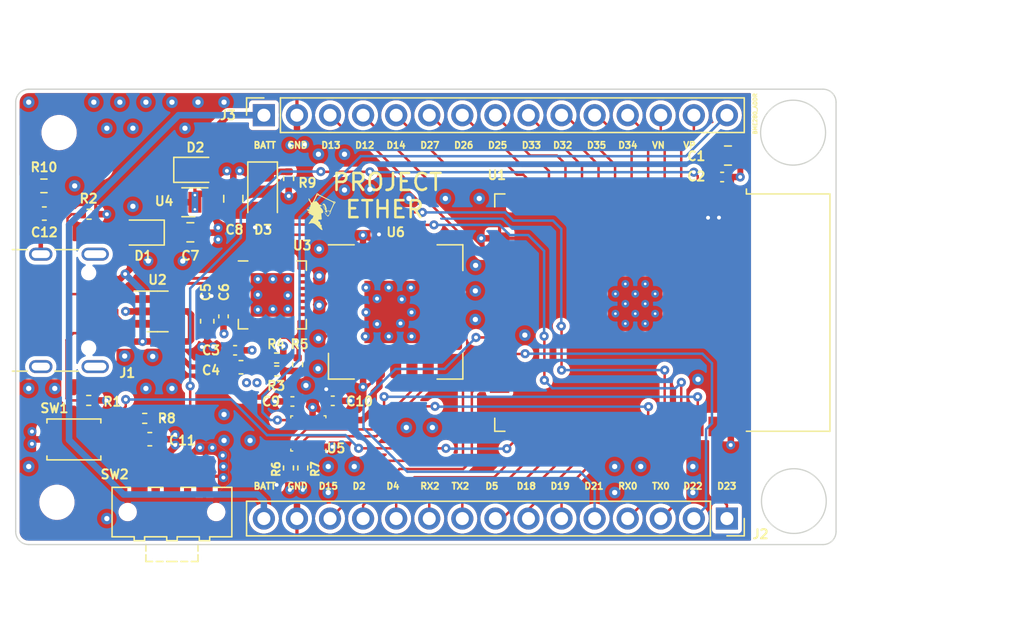
<source format=kicad_pcb>
(kicad_pcb (version 20221018) (generator pcbnew)
  (layers (0 "F.Cu" signal) (1 "In1.Cu" signal) (2 "In2.Cu" signal) (31 "B.Cu" signal) (34 "B.Paste" user) (35 "F.Paste" user) (36 "B.SilkS" user "B.Silkscreen") (37 "F.SilkS" user "F.Silkscreen") (38 "B.Mask" user) (39 "F.Mask" user) (44 "Edge.Cuts" user))
  (net 0 "")
  (net 1 "+3V3")
  (net 2 "GND")
  (net 3 "+5V")
  (net 4 "+BATT")
  (net 5 "/LED")
  (net 8 "IO23")
  (net 9 "IO22")
  (net 10 "TXD0")
  (net 11 "RXD0")
  (net 12 "IO21")
  (net 13 "IO19")
  (net 14 "IO18")
  (net 15 "IO5")
  (net 16 "UART2_TX")
  (net 17 "UART2_RX")
  (net 18 "IO4")
  (net 19 "IO2")
  (net 20 "IO15")
  (net 21 "IO13")
  (net 22 "IO12")
  (net 23 "IO14")
  (net 24 "IO27")
  (net 25 "IO26")
  (net 26 "IO25")
  (net 27 "IO33")
  (net 28 "IO32")
  (net 29 "IO35")
  (net 30 "IO34")
  (net 31 "VN")
  (net 32 "VP")
  (net 33 "BME280_ADDRESS")
  (net 34 "/RSTB")
  (net 35 "I2C0_SCL")
  (net 36 "I2C0_SDA")
  (net 61 "/USB_D-")
  (net 62 "/USB_D+")
  (net 63 "/CP2102_D+")
  (net 64 "/CP2102_D-")
  (net 65 "/LDO_IN")
  (net 66 "/BOOT")
  (net 67 "/EN")
  (net 68 "/EN_HIGH")
  (net 69 "/CP2102_VBUS")
  (net 70 "/USB_CC2")
  (net 71 "/USB_CC1")
  (net 72 "Net-(J1-SHIELD)")
  (footprint "Resistor_SMD:R_0402_1005Metric" (layer "F.Cu") (at 87.05 71.66 180)
    (fp_text reference "R3")
    (fp_text value "22k1")
  )
  (footprint "Fiducial:Fiducial_1mm_Mask2mm" (layer "F.Cu") (at 73.5 56)
    (fp_text reference "FM2" hide)
    (fp_text value "Fiducial")
  )
  (footprint "Connector_PinSocket_2.54mm:PinSocket_1x15_P2.54mm_Vertical" (layer "F.Cu") (at 121.62 83 -90)
    (fp_text reference "J2")
    (fp_text value "Conn_01x15_Pin")
  )
  (footprint "Connector_PinSocket_2.54mm:PinSocket_1x15_P2.54mm_Vertical" (layer "F.Cu") (at 86.06 52 90)
    (fp_text reference "J3")
    (fp_text value "Conn_01x15_Pin")
  )
  (footprint "RF_Module:ESP32-WROOM-32" (layer "F.Cu") (at 113.67 67.17 -90)
    (fp_text reference "U1")
    (fp_text value "ESP32-WROOM-32")
  )
  (footprint "Resistor_SMD:R_0402_1005Metric" (layer "F.Cu") (at 76.91 75.3 180)
    (fp_text reference "R8")
    (fp_text value "10k")
  )
  (footprint "Capacitor_SMD:C_0402_1005Metric" (layer "F.Cu") (at 121.25 56.75)
    (fp_text reference "C2")
    (fp_text value "0.1u")
  )
  (footprint "Resistor_SMD:R_0603_1608Metric" (layer "F.Cu") (at 69.17 57.43)
    (fp_text reference "R10")
    (fp_text value "1M")
  )
  (footprint "Resistor_SMD:R_0402_1005Metric" (layer "F.Cu") (at 89.05 79.11 -90)
    (fp_text reference "R7")
    (fp_text value "4k7")
  )
  (footprint "Package_SON:WSON-6-1EP_2x2mm_P0.65mm_EP1x1.6mm_ThermalVias" (layer "F.Cu") (at 80.7625 58.69 180)
    (fp_text reference "U4")
    (fp_text value "TLV76733DRVx")
  )
  (footprint "Connector_USB:USB_C_Receptacle_GCT_USB4105-xx-A_16P_TopMnt_Horizontal" (layer "F.Cu") (at 70 67 -90)
    (fp_text reference "J1")
    (fp_text value "USB_C_Receptacle_USB2.0")
  )
  (footprint "Resistor_SMD:R_0402_1005Metric" (layer "F.Cu") (at 87.9625 56.86 -90)
    (fp_text reference "R9")
    (fp_text value "1k")
  )
  (footprint "Capacitor_SMD:C_0805_2012Metric" (layer "F.Cu") (at 83.7125 58.42 90)
    (fp_text reference "C8")
    (fp_text value "2u2")
  )
  (footprint "Diode_SMD:D_0805_2012Metric" (layer "F.Cu") (at 76.725 61.02 180)
    (fp_text reference "D1")
    (fp_text value "D_Schottky")
  )
  (footprint "Capacitor_SMD:C_0402_1005Metric" (layer "F.Cu") (at 83.85 70.07)
    (fp_text reference "C3")
    (fp_text value "0.1u")
  )
  (footprint "Button_Switch_SMD:SW_SPDT_CK-JS102011SAQN" (layer "F.Cu") (at 79 82.5)
    (fp_text reference "SW2")
    (fp_text value "EN")
  )
  (footprint "Capacitor_SMD:C_0402_1005Metric" (layer "F.Cu") (at 82.96 67.46 -90)
    (fp_text reference "C6")
    (fp_text value "0.1u")
  )
  (footprint "Resistor_SMD:R_0402_1005Metric" (layer "F.Cu") (at 87.95 79.11 -90)
    (fp_text reference "R6")
    (fp_text value "4k7")
  )
  (footprint "Package_LGA:Bosch_LGA-8_2.5x2.5mm_P0.65mm_ClockwisePinNumbering" (layer "F.Cu") (at 89.475 76.46 180)
    (fp_text reference "U5")
    (fp_text value "BME280")
  )
  (footprint "Diode_SMD:D_1206_3216Metric" (layer "F.Cu") (at 85.9625 57.88 -90)
    (fp_text reference "D3")
    (fp_text value "LED1")
  )
  (footprint "Resistor_SMD:R_0402_1005Metric" (layer "F.Cu") (at 87.04 70.66)
    (fp_text reference "R4")
    (fp_text value "47k5")
  )
  (footprint "Capacitor_SMD:C_0402_1005Metric" (layer "F.Cu") (at 88.25 74 180)
    (fp_text reference "C9")
    (fp_text value "100n")
  )
  (footprint "Capacitor_SMD:C_0603_1608Metric" (layer "F.Cu") (at 81.71 67.835 -90)
    (fp_text reference "C5")
    (fp_text value "4u7")
  )
  (footprint "Fiducial:Fiducial_1mm_Mask2mm" (layer "F.Cu") (at 122.1 79.23)
    (fp_text reference "FM3" hide)
    (fp_text value "Fiducial")
  )
  (footprint "Capacitor_SMD:C_0402_1005Metric" (layer "F.Cu") (at 91.35 73.95)
    (fp_text reference "C10")
    (fp_text value "100n")
  )
  (footprint "MountingHole:MountingHole_2.2mm_M2" (layer "F.Cu") (at 70.166726 81.75)
    (fp_text reference "H2" hide)
    (fp_text value "MountingHole_Pad")
  )
  (footprint "Fiducial:Fiducial_1mm_Mask2mm" (layer "F.Cu") (at 85.32 79.32)
    (fp_text reference "FM1" hide)
    (fp_text value "Fiducial")
  )
  (footprint "MountingHole:MountingHole_2.2mm_M2" (layer "F.Cu") (at 70.333274 53.333274)
    (fp_text reference "H1" hide)
    (fp_text value "MountingHole_Pad")
  )
  (footprint "Capacitor_SMD:C_0805_2012Metric" (layer "F.Cu") (at 80.4125 61)
    (fp_text reference "C7")
    (fp_text value "1u")
  )
  (footprint "Diode_SMD:D_0805_2012Metric" (layer "F.Cu") (at 80.825 56.2)
    (fp_text reference "D2")
    (fp_text value "D_Schottky")
  )
  (footprint "Package_DFN_QFN:QFN-28-1EP_5x5mm_P0.5mm_EP3.35x3.35mm" (layer "F.Cu") (at 86.71 65.81)
    (fp_text reference "U3")
    (fp_text value "CP2102N-Axx-xQFN28")
  )
  (footprint "Capacitor_SMD:C_0603_1608Metric" (layer "F.Cu") (at 77.3 76.9)
    (fp_text reference "C11")
    (fp_text value "1u")
  )
  (footprint "Capacitor_SMD:C_0805_2012Metric" (layer "F.Cu") (at 121.7 55.1)
    (fp_text reference "C1")
    (fp_text value "10u")
  )
  (footprint "Resistor_SMD:R_0402_1005Metric" (layer "F.Cu") (at 72.64 59.61)
    (fp_text reference "R2")
    (fp_text value "5k1")
  )
  (footprint "inspector:inspector" (layer "F.Cu") (at 90.4 59.4)
    (fp_text reference "G***" hide)
    (fp_text value "LOGO" hide)
  )
  (footprint "Capacitor_SMD:C_0603_1608Metric" (layer "F.Cu") (at 84.3 71.37)
    (fp_text reference "C4")
    (fp_text value "4u7")
  )
  (footprint "Button_Switch_SMD:SW_Push_SPST_NO_Alps_SKRK" (layer "F.Cu") (at 71.47 76.92 180)
    (fp_text reference "SW1")
    (fp_text value "BOOT")
  )
  (footprint "Resistor_SMD:R_0402_1005Metric" (layer "F.Cu") (at 88.65 71.16 90)
    (fp_text reference "R5")
    (fp_text value "1k")
  )
  (footprint "Sensor:Sensirion_SCD4x-1EP_10.1x10.1mm_P1.25mm_EP4.8x4.8mm" (layer "F.Cu") (at 96.18 67.12)
    (fp_text reference "U6")
    (fp_text value "SCD41-D-R2")
  )
  (footprint "Resistor_SMD:R_0402_1005Metric" (layer "F.Cu") (at 72.61 73.92)
    (fp_text reference "R1")
    (fp_text value "5k1")
  )
  (footprint "Package_TO_SOT_SMD:SOT-23-6" (layer "F.Cu") (at 77.9 67.08)
    (fp_text reference "U2")
    (fp_text value "USBLC6-2SC6")
  )
  (footprint "Capacitor_SMD:C_0603_1608Metric" (layer "F.Cu") (at 69.2 59.56)
    (fp_text reference "C12")
    (fp_text value "4u7")
  )
  (gr_circle (center 126.76 81.656764) (end 129.2 82.136764) (stroke (width 0.1)) (fill none) (layer "Edge.Cuts"))
  (gr_arc (start 67 51) (mid 67.292893 50.292893) (end 68 50) (stroke (width 0.1)) (layer "Edge.Cuts"))
  (gr_arc (start 68 85) (mid 67.292893 84.707107) (end 67 84) (stroke (width 0.1)) (layer "Edge.Cuts"))
  (gr_arc (start 129 50) (mid 129.707107 50.292893) (end 130 51) (stroke (width 0.1)) (layer "Edge.Cuts"))
  (gr_line (start 130 84) (end 130 51) (stroke (width 0.1)) (layer "Edge.Cuts"))
  (gr_line (start 67 51) (end 67 83) (stroke (width 0.1)) (layer "Edge.Cuts"))
  (gr_line (start 129 85) (end 68 85) (stroke (width 0.1)) (layer "Edge.Cuts"))
  (gr_arc (start 130 84) (mid 129.707107 84.707107) (end 129 85) (stroke (width 0.1)) (layer "Edge.Cuts"))
  (gr_circle (center 126.7 53.34) (end 129.194674 53.34) (stroke (width 0.1)) (fill none) (layer "Edge.Cuts"))
  (gr_line (start 67 83) (end 67 84) (stroke (width 0.1)) (layer "Edge.Cuts"))
  (gr_line (start 129 50) (end 68 50) (stroke (width 0.1)) (layer "Edge.Cuts"))
  (gr_text "D18" (at 105.4 80.8) (layer "F.SilkS") (effects (font (size 0.5 0.5) (thickness 0.125)) (justify left bottom)))
  (gr_text "PROJECT\n ETHER" (at 91.2 60) (layer "F.SilkS") (effects (font (size 1.3 1.3) (thickness 0.2)) (justify left bottom)))
  (gr_text "D34" (at 113.2 54.6) (layer "F.SilkS") (effects (font (size 0.5 0.5) (thickness 0.125)) (justify left bottom)))
  (gr_text "D21" (at 110.6 80.8) (layer "F.SilkS") (effects (font (size 0.5 0.5) (thickness 0.125)) (justify left bottom)))
  (gr_text "BATT" (at 85.2 80.8) (layer "F.SilkS") (effects (font (size 0.5 0.5) (thickness 0.125)) (justify left bottom)))
  (gr_text "RX2" (at 98 80.8) (layer "F.SilkS") (effects (font (size 0.5 0.5) (thickness 0.125)) (justify left bottom)))
  (gr_text "TX2" (at 100.4 80.8) (layer "F.SilkS") (effects (font (size 0.5 0.5) (thickness 0.125)) (justify left bottom)))
  (gr_text "VN" (at 115.8 54.6) (layer "F.SilkS") (effects (font (size 0.5 0.5) (thickness 0.125)) (justify left bottom)))
  (gr_text "D14" (at 95.4 54.6) (layer "F.SilkS") (effects (font (size 0.5 0.5) (thickness 0.125)) (justify left bottom)))
  (gr_text "D12" (at 93 54.6) (layer "F.SilkS") (effects (font (size 0.5 0.5) (thickness 0.125)) (justify left bottom)))
  (gr_text "D23" (at 120.8 80.8) (layer "F.SilkS") (effects (font (size 0.5 0.5) (thickness 0.125)) (justify left bottom)))
  (gr_text "D22" (at 118.2 80.8) (layer "F.SilkS") (effects (font (size 0.5 0.5) (thickness 0.125)) (justify left bottom)))
  (gr_text "D35" (at 110.8 54.6) (layer "F.SilkS") (effects (font (size 0.5 0.5) (thickness 0.125)) (justify left bottom)))
  (gr_text "D15" (at 90.2 80.8) (layer "F.SilkS") (effects (font (size 0.5 0.5) (thickness 0.125)) (justify left bottom)))
  (gr_text "D5" (at 103 80.8) (layer "F.SilkS") (effects (font (size 0.5 0.5) (thickness 0.125)) (justify left bottom)))
  (gr_text "D19" (at 108 80.8) (layer "F.SilkS") (effects (font (size 0.5 0.5) (thickness 0.125)) (justify left bottom)))
  (gr_text "BATT" (at 85.2 54.6) (layer "F.SilkS") (effects (font (size 0.5 0.5) (thickness 0.125)) (justify left bottom)))
  (gr_text "D4" (at 95.4 80.8) (layer "F.SilkS") (effects (font (size 0.5 0.5) (thickness 0.125)) (justify left bottom)))
  (gr_text "D25" (at 103.2 54.6) (layer "F.SilkS") (effects (font (size 0.5 0.5) (thickness 0.125)) (justify left bottom)))
  (gr_text "D26" (at 100.6 54.6) (layer "F.SilkS") (effects (font (size 0.5 0.5) (thickness 0.125)) (justify left bottom)))
  (gr_text "D27" (at 98 54.6) (layer "F.SilkS") (effects (font (size 0.5 0.5) (thickness 0.125)) (justify left bottom)))
  (gr_text "D2" (at 92.8 80.8) (layer "F.SilkS") (effects (font (size 0.5 0.5) (thickness 0.125)) (justify left bottom)))
  (gr_text "D13" (at 90.4 54.6) (layer "F.SilkS") (effects (font (size 0.5 0.5) (thickness 0.125)) (justify left bottom)))
  (gr_text "D33" (at 105.8 54.6) (layer "F.SilkS") (effects (font (size 0.5 0.5) (thickness 0.125)) (justify left bottom)))
  (gr_text "GND" (at 87.8 54.6) (layer "F.SilkS") (effects (font (size 0.5 0.5) (thickness 0.125)) (justify left bottom)))
  (gr_text "VP" (at 118.2 54.6) (layer "F.SilkS") (effects (font (size 0.5 0.5) (thickness 0.125)) (justify left bottom)))
  (gr_text "RX0" (at 113.2 80.8) (layer "F.SilkS") (effects (font (size 0.5 0.5) (thickness 0.125)) (justify left bottom)))
  (gr_text "TX0" (at 115.8 80.8) (layer "F.SilkS") (effects (font (size 0.5 0.5) (thickness 0.125)) (justify left bottom)))
  (gr_text "GND" (at 87.8 80.8) (layer "F.SilkS") (effects (font (size 0.5 0.5) (thickness 0.125)) (justify left bottom)))
  (gr_text "BME280_ADDR" (at 123.96 53.52 90) (layer "F.SilkS") (effects (font (size 0.3 0.3) (thickness 0.075) bold) (justify left bottom)))
  (gr_text "D32" (at 108.2 54.6) (layer "F.SilkS") (effects (font (size 0.5 0.5) (thickness 0.125)) (justify left bottom)))
  (segment (start 85.9625 59.28) (end 85.9625 60.5875) (width 0.5) (layer "F.Cu") (net 1))
  (segment (start 85.9625 60.5875) (end 85.93 60.62) (width 0.5) (layer "F.Cu") (net 1))
  (segment (start 120.77 55.12) (end 120.75 55.1) (width 0.4) (layer "F.Cu") (net 1))
  (segment (start 87.95 79.62) (end 89.05 79.62) (width 0.5) (layer "F.Cu") (net 1))
  (segment (start 85.93 60.62) (end 86.35 60.62) (width 0.5) (layer "F.Cu") (net 1))
  (segment (start 120.77 56.75) (end 120.77 58.3) (width 0.4) (layer "F.Cu") (net 1))
  (segment (start 87.04 79.88) (end 87.3 79.62) (width 0.5) (layer "F.Cu") (net 1))
  (segment (start 89.8 77.485) (end 89.8 79.38) (width 0.35) (layer "F.Cu") (net 1))
  (segment (start 90.74 75.435) (end 90.875 75.3) (width 0.3) (layer "F.Cu") (net 1))
  (segment (start 90.87 73.95) (end 90.87 73.08) (width 0.3) (layer "F.Cu") (net 1))
  (segment (start 94.49 73.298629) (end 94.49 74.59) (width 0.5) (layer "F.Cu") (net 1))
  (segment (start 94.93 72.858629) (end 94.49 73.298629) (width 0.5) (layer "F.Cu") (net 1))
  (segment (start 94.93 71.27) (end 94.93 72.858629) (width 0.5) (layer "F.Cu") (net 1))
  (segment (start 88.725 74.005) (end 88.725 74.835) (width 0.3) (layer "F.Cu") (net 1))
  (segment (start 94.49 74.59) (end 93.645 75.435) (width 0.5) (layer "F.Cu") (net 1))
  (segment (start 90.45 75.435) (end 90.74 75.435) (width 0.3) (layer "F.Cu") (net 1))
  (segment (start 89.56 79.62) (end 89.05 79.62) (width 0.35) (layer "F.Cu") (net 1))
  (segment (start 87.3 79.62) (end 87.95 79.62) (width 0.5) (layer "F.Cu") (net 1))
  (segment (start 85.37 60.62) (end 85.93 60.62) (width 0.5) (layer "F.Cu") (net 1))
  (segment (start 83.641992 66.98) (end 82.96 66.98) (width 0.25) (layer "F.Cu") (net 1))
  (segment (start 90.875 75.3) (end 90.875 73.955) (width 0.3) (layer "F.Cu") (net 1))
  (segment (start 120.77 56.75) (end 120.77 55.12) (width 0.4) (layer "F.Cu") (net 1))
  (segment (start 89.8 79.38) (end 89.56 79.62) (width 0.35) (layer "F.Cu") (net 1))
  (segment (start 92.346371 75.435) (end 90.5 75.435) (width 0.5) (layer "F.Cu") (net 1))
  (segment (start 89.15 74.96) (end 89.15 75.435) (width 0.3) (layer "F.Cu") (net 1))
  (segment (start 88.73 74) (end 88.725 74.005) (width 0.3) (layer "F.Cu") (net 1))
  (segment (start 92.346371 75.435) (end 92.21 75.435) (width 0.5) (layer "F.Cu") (net 1))
  (segment (start 93.645 75.435) (end 92.346371 75.435) (width 0.5) (layer "F.Cu") (net 1))
  (segment (start 88.725 74.835) (end 89.025 74.835) (width 0.3) (layer "F.Cu") (net 1))
  (segment (start 120.77 58.3) (end 120.65 58.42) (width 0.4) (layer "F.Cu") (net 1))
  (segment (start 81.71 67.06) (end 81.71 65.93) (width 0.5) (layer "F.Cu") (net 1))
  (segment (start 90.87 73.08) (end 90.85 73.06) (width 0.3) (layer "F.Cu") (net 1))
  (segment (start 77.42 75.3) (end 78.35 75.3) (width 0.5) (layer "F.Cu") (net 1))
  (segment (start 87.04 80.41) (end 87.04 79.88) (width 0.5) (layer "F.Cu") (net 1))
  (segment (start 89.025 74.835) (end 89.15 74.96) (width 0.3) (layer "F.Cu") (net 1))
  (segment (start 90.875 73.955) (end 90.87 73.95) (width 0.3) (layer "F.Cu") (net 1))
  (segment (start 82.96 66.98) (end 81.79 66.98) (width 0.5) (layer "F.Cu") (net 1))
  (segment (start 82.01 65.93) (end 82.04 65.9) (width 0.5) (layer "F.Cu") (net 1))
  (segment (start 81.71 65.93) (end 82.01 65.93) (width 0.5) (layer "F.Cu") (net 1))
  (segment (start 84.26 66.81) (end 83.811992 66.81) (width 0.25) (layer "F.Cu") (net 1))
  (segment (start 94.91 62.95) (end 94.91 61.19) (width 0.35) (layer "F.Cu") (net 1))
  (segment (start 83.811992 66.81) (end 83.641992 66.98) (width 0.25) (layer "F.Cu") (net 1))
  (segment (start 81.79 66.98) (end 81.71 67.06) (width 0.5) (layer "F.Cu") (net 1))
  (segment (start 81.29 65.93) (end 81.71 65.93) (width 0.5) (layer "F.Cu") (net 1))
  (via (at 121.01 59.87) (size 0.7) (drill 0.3) (layers "F.Cu" "B.Cu") (net 1))
  (via (at 85.37 60.62) (size 0.7) (drill 0.3) (layers "F.Cu" "B.Cu") (net 1))
  (via (at 86.35 60.62) (size 0.7) (drill 0.3) (layers "F.Cu" "B.Cu") (net 1))
  (via (at 87.04 80.41) (size 0.7) (drill 0.3) (layers "F.Cu" "B.Cu") (net 1))
  (via (at 81.29 65.93) (size 0.7) (drill 0.3) (layers "F.Cu" "B.Cu") (net 1))
  (via (at 120.17 59.88) (size 0.7) (drill 0.3) (layers "F.Cu" "B.Cu") (net 1))
  (via (at 82.04 65.9) (size 0.7) (drill 0.3) (layers "F.Cu" "B.Cu") (net 1))
  (via (at 90.85 73.06) (size 0.7) (drill 0.3) (layers "F.Cu" "B.Cu") (net 1))
  (via (at 94.9 61.16) (size 0.7) (drill 0.3) (layers "F.Cu" "B.Cu") (net 1))
  (via (at 78.35 75.3) (size 0.7) (drill 0.3) (layers "F.Cu" "B.Cu") (net 1))
  (segment (start 87.9625 58.1975) (end 87.95 58.21) (width 0.5) (layer "F.Cu") (net 2))
  (segment (start 104.16 61.46) (end 102.75 61.46) (width 0.5) (layer "F.Cu") (net 2))
  (segment (start 122.65 56.74) (end 122.64 56.75) (width 0.25) (layer "F.Cu") (net 2))
  (segment (start 73.15 59.61) (end 74 59.61) (width 0.5) (layer "F.Cu") (net 2))
  (segment (start 81.71 68.61) (end 81.71 69.36) (width 0.5) (layer "F.Cu") (net 2))
  (segment (start 88.6 83) (end 88.6 80.82) (width 0.5) (layer "F.Cu") (net 2))
  (segment (start 88.62 80.8) (end 89.05 80.8) (width 0.5) (layer "F.Cu") (net 2))
  (segment (start 69.915 57.43) (end 71.53 57.43) (width 0.5) (layer "F.Cu") (net 2))
  (segment (start 121.92 58.42) (end 121.92 56.94) (width 0.5) (layer "F.Cu") (net 2))
  (segment (start 93.68 71.24) (end 93.68 72.82) (width 0.5) (layer "F.Cu") (net 2))
  (segment (start 122.65 55.1) (end 122.65 56.74) (width 0.45) (layer "F.Cu") (net 2))
  (segment (start 82.96 68.76) (end 83 68.8) (width 0.5) (layer "F.Cu") (net 2))
  (segment (start 90.45 77.485) (end 91.325 77.485) (width 0.5) (layer "F.Cu") (net 2))
  (segment (start 87.55 70.66) (end 87.55 69.76) (width 0.5) (layer "F.Cu") (net 2))
  (segment (start 81.71 68.61) (end 81.71 69.4) (width 0.5) (layer "F.Cu") (net 2))
  (segment (start 83.7125 56.2875) (end 83.72 56.28) (width 0.5) (layer "F.Cu") (net 2))
  (segment (start 88.05 54.3) (end 88.6 54.3) (width 0.5) (layer "F.Cu") (net 2))
  (segment (start 81.3 69.81) (end 82.14 69.81) (width 0.5) (layer "F.Cu") (net 2))
  (segment (start 81.4025 61.03) (end 81.3625 61.07) (width 0.5) (layer "F.Cu") (net 2))
  (segment (start 79.25 76.88) (end 79.25 76.55) (width 0.5) (layer "F.Cu") (net 2))
  (segment (start 121.92 75.92) (end 121.92 77.33) (width 0.5) (layer "F.Cu") (net 2))
  (segment (start 82.55 61.03) (end 82.55 61.55) (width 0.5) (layer "F.Cu") (net 2))
  (segment (start 82.96 67.94) (end 82.96 68.76) (width 0.5) (layer "F.Cu") (net 2))
  (segment (start 83.72 56.28) (end 84.19 56.28) (width 0.5) (layer "F.Cu") (net 2))
  (segment (start 89.8 75.435) (end 89.8 74.45) (width 0.5) (layer "F.Cu") (net 2))
  (segment (start 79.23 76.9) (end 79.25 76.88) (width 0.5) (layer "F.Cu") (net 2))
  (segment (start 88.05 80.8) (end 88.62 80.8) (width 0.5) (layer "F.Cu") (net 2))
  (segment (start 82.55 61.03) (end 81.4025 61.03) (width 0.5) (layer "F.Cu") (net 2))
  (segment (start 87.55 69.76) (end 87.56 69.75) (width 0.5) (layer "F.Cu") (net 2))
  (segment (start 68.24 77.48) (end 68.24 77.05) (width 0.5) (layer "F.Cu") (net 2))
  (segment (start 88.6 54.3) (end 89.15 54.3) (width 0.5) (layer "F.Cu") (net 2))
  (segment (start 88.6 52) (end 88.6 54.3) (width 0.5) (layer "F.Cu") (net 2))
  (segment (start 81.65 58.04) (end 80.8625 58.04) (width 0.5) (layer "F.Cu") (net 2))
  (segment (start 89.15 54.3) (end 89.2 54.25) (width 0.5) (layer "F.Cu") (net 2))
  (segment (start 82.14 69.81) (end 82.15 69.8) (width 0.5) (layer "F.Cu") (net 2))
  (segment (start 79.25 77.35) (end 79.25 76.88) (width 0.5) (layer "F.Cu") (net 2))
  (segment (start 69.975 59.56) (end 69.975 57.49) (width 0.35) (layer "F.Cu") (net 2))
  (segment (start 83.7125 57.47) (end 83.7125 56.2875) (width 0.5) (layer "F.Cu") (net 2))
  (segment (start 82.55 60.65) (end 82.55 61.03) (width 0.5) (layer "F.Cu") (net 2))
  (segment (start 93.67 71.23) (end 93.68 71.24) (width 0.5) (layer "F.Cu") (net 2))
  (segment (start 73.12 73.92) (end 73.97 73.92) (width 0.5) (layer "F.Cu") (net 2))
  (segment (start 87.9625 57.37) (end 87.9625 58.1975) (width 0.5) (layer "F.Cu") (net 2))
  (segment (start 80.8625 58.04) (end 80.7625 58.14) (width 0.5) (layer "F.Cu") (net 2))
  (segment (start 85.14 70.07) (end 85.15 70.06) (width 0.5) (layer "F.Cu") (net 2))
  (segment (start 93.68 72.82) (end 93.65 72.85) (width 0.5) (layer "F.Cu") (net 2))
  (segment (start 83.22 56.28) (end 83.72 56.28) (width 0.5) (layer "F.Cu") (net 2))
  (segment (start 88.6 80.82) (end 88.62 80.8) (width 0.5) (layer "F.Cu") (net 2))
  (segment (start 87.77 74) (end 86.9 74) (width 0.5) (layer "F.Cu") (net 2))
  (segment (start 79.875 58.69) (end 80.7625 58.69) (width 0.5) (layer "F.Cu") (net 2))
  (segment (start 68.37 76.92) (end 68.24 77.05) (width 0.5) (layer "F.Cu") (net 2))
  (segment (start 81.71 69.4) (end 81.3 69.81) (width 0.5) (layer "F.Cu") (net 2))
  (segment (start 69.975 57.49) (end 69.915 57.43) (width 0.35) (layer "F.Cu") (net 2))
  (segment (start 84.19 56.28) (end 84.2 56.27) (width 0.5) (layer "F.Cu") (net 2))
  (segment (start 69.37 76.92) (end 68.37 76.92) (width 0.5) (layer "F.Cu") (net 2))
  (segment (start 91.83 73.95) (end 92.7 73.95) (width 0.5) (layer "F.Cu") (net 2))
  (segment (start 76.7625 67.08) (end 75.44 67.08) (width 0.5) (layer "F.Cu") (net 2))
  (segment (start 68.24 77.05) (end 68.24 76.53) (width 0.5) (layer "F.Cu") (net 2))
  (segment (start 121.92 77.33) (end 121.9 77.35) (width 0.5) (layer "F.Cu") (net 2))
  (segment (start 93.67 62.93) (end 93.67 61.25) (width 0.5) (layer "F.Cu") (net 2))
  (segment (start 85.22 70.07) (end 85.23 70.06) (width 0.5) (layer "F.Cu") (net 2))
  (segment (start 121.92 56.94) (end 121.73 56.75) (width 0.5) (layer "F.Cu") (net 2))
  (segment (start 81.71 69.36) (end 82.15 69.8) (width 0.5) (layer "F.Cu") (net 2))
  (segment (start 121.73 56.75) (end 122.64 56.75) (width 0.5) (layer "F.Cu") (net 2))
  (segment (start 78.075 76.9) (end 79.23 76.9) (width 0.5) (layer "F.Cu") (net 2))
  (segment (start 84.33 70.07) (end 85.14 70.07) (width 0.5) (layer "F.Cu") (net 2))
  (via (at 93.85 69) (size 0.7) (drill 0.3) (layers "F.Cu" "B.Cu") (net 2))
  (via (at 102.75 61.46) (size 0.7) (drill 0.3) (layers "F.Cu" "B.Cu") (net 2))
  (via (at 94.2 57.7) (size 0.9) (drill 0.4) (layers "F.Cu" "B.Cu") (net 2))
  (via (at 121.91 77.35) (size 0.7) (drill 0.3) (layers "F.Cu" "B.Cu") (net 2))
  (via (at 94.75 68.05) (size 0.7) (drill 0.3) (layers "F.Cu" "B.Cu") (net 2))
  (via (at 122.64 56.75) (size 0.7) (drill 0.3) (layers "F.Cu" "B.Cu") (net 2))
  (via (at 82.55 61.55) (size 0.7) (drill 0.3) (layers "F.Cu" "B.Cu") (net 2))
  (via (at 87.56 69.75) (size 0.7) (drill 0.3) (layers "F.Cu" "B.Cu") (net 2))
  (via (at 82.95 79) (size 0.7) (drill 0.3) (layers "F.Cu" "B.Cu") (net 2))
  (via (at 85.15 70.06) (size 0.7) (drill 0.3) (layers "F.Cu" "B.Cu") (net 2))
  (via (at 77 51) (size 0.9) (drill 0.4) (layers "F.Cu" "B.Cu") (net 2))
  (via (at 79 51) (size 0.9) (drill 0.4) (layers "F.Cu" "B.Cu") (net 2))
  (via (at 102.3 67.7) (size 0.9) (drill 0.4) (layers "F.Cu" "B.Cu") (net 2))
  (via (at 82.15 69.8) (size 0.7) (drill 0.3) (layers "F.Cu" "B.Cu") (net 2))
  (via (at 75.44 67.08) (size 0.7) (drill 0.3) (layers "F.Cu" "B.Cu") (net 2))
  (via (at 77 73) (size 0.9) (drill 0.4) (layers "F.Cu" "B.Cu") (net 2))
  (via (at 91.325 77.485) (size 0.7) (drill 0.3) (layers "F.Cu" "B.Cu") (net 2))
  (via (at 75 51) (size 0.9) (drill 0.4) (layers "F.Cu" "B.Cu") (net 2))
  (via (at 82.95 79.85) (size 0.7) (drill 0.3) (layers "F.Cu" "B.Cu") (net 2))
  (via (at 79 73) (size 0.9) (drill 0.4) (layers "F.Cu" "B.Cu") (net 2))
  (via (at 73.97 73.92) (size 0.7) (drill 0.3) (layers "F.Cu" "B.Cu") (net 2))
  (via (at 100 58.4) (size 0.9) (drill 0.4) (layers "F.Cu" "B.Cu") (net 2))
  (via (at 92.7 73.95) (size 0.7) (drill 0.3) (layers "F.Cu" "B.Cu") (net 2))
  (via (at 90.3 66.61) (size 0.8) (drill 0.4) (layers "F.Cu" "B.Cu") (net 2))
  (via (at 93.9 67.15) (size 0.7) (drill 0.3) (layers "F.Cu" "B.Cu") (net 2))
  (via (at 87.97 58.21) (size 0.7) (drill 0.3) (layers "F.Cu" "B.Cu") (net 2))
  (via (at 84.73 72.56) (size 0.7) (drill 0.3) (layers "F.Cu" "B.Cu") (net 2))
  (via (at 92.25 55) (size 0.9) (drill 0.4) (layers "F.Cu" "B.Cu") (net 2))
  (via (at 87.9 66.9) (size 0.7) (drill 0.3) (layers "F.Cu" "B.Cu") (net 2))
  (via (at 99 76) (size 0.9) (drill 0.4) (layers "F.Cu" "B.Cu") (net 2))
  (via (at 75.37 70.51) (size 0.9) (drill 0.4) (layers "F.Cu" "B.Cu") (net 2))
  (via (at 113 81) (size 0.9) (drill 0.4) (layers "F.Cu" "B.Cu") (net 2))
  (via (at 119 79) (size 0.9) (drill 0.4) (layers "F.Cu" "B.Cu") (net 2))
  (via (at 76 59) (size 0.9) (drill 0.4) (layers "F.Cu" "B.Cu") (net 2))
  (via (at 88.05 80.8) (size 0.7) (drill 0.3) (layers "F.Cu" "B.Cu") (net 2))
  (via (at 80 53) (size 0.9) (drill 0.4) (layers "F.Cu" "B.Cu") (net 2))
  (via (at 84.2 56.27) (size 0.7) (drill 0.3) (layers "F.Cu" "B.Cu") (net 2))
  (via (at 83 75) (size 0.9) (drill 0.4) (layers "F.Cu" "B.Cu") (net 2))
  (via (at 94.75 66.1) (size 0.7) (drill 0.3) (layers "F.Cu" "B.Cu") (net 2))
  (via (at 74 53) (size 0.9) (drill 0.4) (layers "F.Cu" "B.Cu") (net 2))
  (via (at 77.52 70.54) (size 0.9) (drill 0.4) (layers "F.Cu" "B.Cu") (net 2))
  (via (at 93.67 61.22) (size 0.7) (drill 0.3) (layers "F.Cu" "B.Cu") (net 2))
  (via (at 87.9 65.85) (size 0.7) (drill 0.3) (layers "F.Cu" "B.Cu") (net 2))
  (via (at 79.83 63.21) (size 0.8) (drill 0.4) (layers "F.Cu" "B.Cu") (net 2))
  (via (at 82.55 60.65) (size 0.7) (drill 0.3) (layers "F.Cu" "B.Cu") (net 2))
  (via (at 74 59.61) (size 0.7) (drill 0.3) (layers "F.Cu" "B.Cu") (net 2))
  (via (at 97 76) (size 0.9) (drill 0.4) (layers "F.Cu" "B.Cu") (net 2))
  (via (at 92.25 57.75) (size 0.9) (drill 0.4) (layers "F.Cu" "B.Cu") (net 2))
  (via (at 96.65 66.15) (size 0.7) (drill 0.3) (layers "F.Cu" "B.Cu") (net 2))
  (via (at 86.75 64.6) (size 0.7) (drill 0.3) (layers "F.Cu" "B.Cu") (net 2))
  (via (at 83 77) (size 0.9) (drill 0.4) (layers "F.Cu" "B.Cu") (net 2))
  (via (at 89.29 72.77) (size 0.8) (drill 0.4) (layers "F.Cu" "B.Cu") (net 2))
  (via (at 74 83) (size 0.9) (drill 0.4) (layers "F.Cu" "B.Cu") (net 2))
  (via (at 85 77) (size 0.9) (drill 0.4) (layers "F.Cu" "B.Cu") (net 2))
  (via (at 85.6 66.95) (size 0.7) (drill 0.3) (layers "F.Cu" "B.Cu") (net 2))
  (via (at 90.22 71.48) (size 0.8) (drill 0.4) (layers "F.Cu" "B.Cu") (net 2))
  (via (at 97.2 58.4) (size 0.9) (drill 0.4) (layers "F.Cu" "B.Cu") (net 2))
  (via (at 95.65 65.25) (size 0.7) (drill 0.3) (layers "F.Cu" "B.Cu") (net 2))
  (via (at 102.6 58.4) (size 0.9) (drill 0.4) (layers "F.Cu" "B.Cu") (net 2))
  (via (at 83.22 56.28) (size 0.7) (drill 0.3) (layers "F.Cu" "B.Cu") (net 2))
  (via (at 89.2 54.25) (size 0.7) (drill 0.3) (layers "F.Cu" "B.Cu") (net 2))
  (via (at 97.4 69) (size 0.7) (drill 0.3) (layers "F.Cu" "B.Cu") (net 2))
  (via (at 95.65 69) (size 0.7) (drill 0.3) (layers "F.Cu" "B.Cu") (net 2))
  (via (at 83 68.8) (size 0.7) (drill 0.3) (layers "F.Cu" "B.Cu") (net 2))
  (via (at 81.15 77.55) (size 0.7) (drill 0.3) (layers "F.Cu" "B.Cu") (net 2))
  (via (at 119 81) (size 0.9) (drill 0.4) (layers "F.Cu" "B.Cu") (net 2))
  (via (at 115 79) (size 0.9) (drill 0.4) (layers "F.Cu" "B.Cu") (net 2))
  (via (at 79.25 77.35) (size 0.7) (drill 0.3) (layers "F.Cu" "B.Cu") (net 2))
  (via (at 70 73) (size 0.9) (drill 0.4) (layers "F.Cu" "B.Cu") (net 2))
  (via (at 85.6 65.8) (size 0.7) (drill 0.3) (layers "F.Cu" "B.Cu") (net 2))
  (via (at 68 73) (size 0.9) (drill 0.4) (layers "F.Cu" "B.Cu") (net 2))
  (via (at 97.4 67.15) (size 0.7) (drill 0.3) (layers "F.Cu" "B.Cu") (net 2))
  (via (at 82.9 78.15) (size 0.7) (drill 0.3) (layers "F.Cu" "B.Cu") (net 2))
  (via (at 68 79) (size 0.9) (drill 0.4) (layers "F.Cu" "B.Cu") (net 2))
  (via (at 90.3 62.28) (size 0.8) (drill 0.4) (layers "F.Cu" "B.Cu") (net 2))
  (via (at 71.53 57.43) (size 0.9) (drill 0.4) (layers "F.Cu" "B.Cu") (net 2))
  (via (at 81 51) (size 0.9) (drill 0.4) (layers "F.Cu" "B.Cu") (net 2))
  (via (at 86.75 66.9) (size 0.7) (drill 0.3) (layers "F.Cu" "B.Cu") (net 2))
  (via (at 82.1 77.55) (size 0.7) (drill 0.3) (layers "F.Cu" "B.Cu") (net 2))
  (via (at 93 79) (size 0.9) (drill 0.4) (layers "F.Cu" "B.Cu") (net 2))
  (via (at 68 51) (size 0.9) (drill 0.4) (layers "F.Cu" "B.Cu") (net 2))
  (via (at 85.53 72.56) (size 0.7) (drill 0.3) (layers "F.Cu" "B.Cu") (net 2))
  (via (at 102.3 65.5) (size 0.9) (drill 0.4) (layers "F.Cu" "B.Cu") (net 2))
  (via (at 87.9 64.6) (size 0.7) (drill 0.3) (layers "F.Cu" "B.Cu") (net 2))
  (via (at 86.9 74) (size 0.7) (drill 0.3) (layers "F.Cu" "B.Cu") (net 2))
  (via (at 89.05 80.8) (size 0.7) (drill 0.3) (layers "F.Cu" "B.Cu") (net 2))
  (via (at 96.55 68) (size 0.7) (drill 0.3) (layers "F.Cu" "B.Cu") (net 2))
  (via (at 102.32 63.54) (size 0.9) (drill 0.4) (layers "F.Cu" "B.Cu") (net 2))
  (via (at 106.1 68.9) (size 0.9) (drill 0.4) (layers "F.Cu" "B.Cu") (net 2))
  (via (at 113 79) (size 0.9) (drill 0.4) (layers "F.Cu" "B.Cu") (net 2))
  (via (at 89.8 74.45) (size 0.7) (drill 0.3) (layers "F.Cu" "B.Cu") (net 2))
  (via (at 88.05 54.3) (size 0.7) (drill 0.3) (layers "F.Cu" "B.Cu") (net 2))
  (via (at 90.25 55) (size 0.9) (drill 0.4) (layers "F.Cu" "B.Cu") (net 2))
  (via (at 91 79) (size 0.9) (drill 0.4) (layers "F.Cu" "B.Cu") (net 2))
  (via (at 90.3 64.35) (size 0.8) (drill 0.4) (layers "F.Cu" "B.Cu") (net 2))
  (via (at 85.6 64.6) (size 0.7) (drill 0.3) (layers "F.Cu" "B.Cu") (net 2))
  (via (at 76 53) (size 0.9) (drill 0.4) (layers "F.Cu" "B.Cu") (net 2))
  (via (at 90.25 69.16) (size 0.8) (drill 0.4) (layers "F.Cu" "B.Cu") (net 2))
  (via (at 68.25 77.26) (size 0.7) (drill 0.3) (layers "F.Cu" "B.Cu") (net 2))
  (via (at 93.67 72.89) (size 0.7) (drill 0.3) (layers "F.Cu" "B.Cu") (net 2))
  (via (at 73 51) (size 0.9) (drill 0.4) (layers "F.Cu" "B.Cu") (net 2))
  (via (at 119.4 72.3) (size 0.9) (drill 0.4) (layers "F.Cu" "B.Cu") (net 2))
  (via (at 79.25 76.55) (size 0.7) (drill 0.3) (layers "F.Cu" "B.Cu") (net 2))
  (via (at 77.18 63.2) (size 0.8) (drill 0.4) (layers "F.Cu" "B.Cu") (net 2))
  (via (at 83 51) (size 0.9) (drill 0.4) (layers "F.Cu" "B.Cu") (net 2))
  (via (at 97.35 65.25) (size 0.7) (drill 0.3) (layers "F.Cu" "B.Cu") (net 2))
  (via (at 91 81) (size 0.9) (drill 0.4) (layers "F.Cu" "B.Cu") (net 2))
  (via (at 68.25 76.31) (size 0.7) (drill 0.3) (layers "F.Cu" "B.Cu") (net 2))
  (via (at 81.3 69.81) (size 0.7) (drill 0.3) (layers "F.Cu" "B.Cu") (net 2))
  (via (at 93.9 65.25) (size 0.7) (drill 0.3) (layers "F.Cu" "B.Cu") (net 2))
  (segment (start 84.26 68.73) (end 84.26 68.07) (width 0.4) (layer "F.Cu") (net 3))
  (segment (start 76.73 69.4) (end 76.74 69.39) (width 0.5) (layer "F.Cu") (net 3))
  (segment (start 85.81 73.67) (end 86.69 72.79) (width 0.4) (layer "F.Cu") (net 3))
  (segment (start 84.23 73.67) (end 85.81 73.67) (width 0.4) (layer "F.Cu") (net 3))
  (segment (start 87.56 72.52) (end 87.56 71.66) (width 0.4) (layer "F.Cu") (net 3))
  (segment (start 79.33 69.39) (end 80.33 69.39) (width 0.5) (layer "F.Cu") (net 3))
  (segment (start 80.46 71.35) (end 79.37 70.26) (width 0.4) (layer "F.Cu") (net 3))
  (segment (start 83.37 70.07) (end 83.37 71.215) (width 0.4) (layer "F.Cu") (net 3))
  (segment (start 88.64 71.66) (end 88.65 71.67) (width 0.5) (layer "F.Cu") (net 3))
  (segment (start 83.37 69.62) (end 84.26 68.73) (width 0.4) (layer "F.Cu") (net 3))
  (segment (start 80.33 69.39) (end 80.47 69.25) (width 0.5) (layer "F.Cu") (net 3))
  (segment (start 75.01 64.6) (end 75.405 64.205) (width 0.5) (layer "F.Cu") (net 3))
  (segment (start 83.37 71.215) (end 83.525 71.37) (width 0.4) (layer "F.Cu") (net 3))
  (segment (start 73.68 69.4) (end 76.73 69.4) (width 0.5) (layer "F.Cu") (net 3))
  (segment (start 80.21 67.08) (end 79.0375 67.08) (width 0.5) (layer "F.Cu") (net 3))
  (segment (start 79.36 70.26) (end 79.36 69.42) (width 0.4) (layer "F.Cu") (net 3))
  (segment (start 80.47 67.34) (end 80.21 67.08) (width 0.5) (layer "F.Cu") (net 3))
  (segment (start 80.47 69.25) (end 80.47 67.34) (width 0.5) (layer "F.Cu") (net 3))
  (segment (start 83.37 70.07) (end 83.37 69.62) (width 0.4) (layer "F.Cu") (net 3))
  (segment (start 83.525 71.37) (end 83.505 71.35) (width 0.4) (layer "F.Cu") (net 3))
  (segment (start 75.7875 63.8225) (end 75.7875 61.02) (width 0.5) (layer "F.Cu") (net 3))
  (segment (start 83.505 71.35) (end 80.46 71.35) (width 0.4) (layer "F.Cu") (net 3))
  (segment (start 79.37 70.26) (end 79.36 70.26) (width 0.4) (layer "F.Cu") (net 3))
  (segment (start 83.525 72.965) (end 84.23 73.67) (width 0.4) (layer "F.Cu") (net 3))
  (segment (start 87.56 71.66) (end 88.64 71.66) (width 0.5) (layer "F.Cu") (net 3))
  (segment (start 73.68 64.6) (end 75.01 64.6) (width 0.5) (layer "F.Cu") (net 3))
  (segment (start 83.525 71.37) (end 83.525 72.965) (width 0.4) (layer "F.Cu") (net 3))
  (segment (start 79.36 69.42) (end 79.33 69.39) (width 0.4) (layer "F.Cu") (net 3))
  (segment (start 75.405 64.205) (end 75.7875 63.8225) (width 0.5) (layer "F.Cu") (net 3))
  (segment (start 87.29 72.79) (end 87.56 72.52) (width 0.4) (layer "F.Cu") (net 3))
  (segment (start 76.74 69.39) (end 79.33 69.39) (width 0.5) (layer "F.Cu") (net 3))
  (segment (start 84.26 67.31) (end 84.26 68.07) (width 0.25) (layer "F.Cu") (net 3))
  (segment (start 86.69 72.79) (end 87.29 72.79) (width 0.4) (layer "F.Cu") (net 3))
  (via (at 75.405 64.205) (size 0.7) (drill 0.3) (layers "F.Cu" "B.Cu") (net 3))
  (via (at 76.74 69.39) (size 0.7) (drill 0.3) (layers "F.Cu" "B.Cu") (net 3))
  (segment (start 76.74 69.39) (end 76.74 65.54) (width 0.5) (layer "B.Cu") (net 3))
  (segment (start 76.74 65.54) (end 75.405 64.205) (width 0.5) (layer "B.Cu") (net 3))
  (segment (start 81.7625 53.5675) (end 83.33 52) (width 0.5) (layer "F.Cu") (net 4))
  (segment (start 81.7625 55.92) (end 81.7625 53.5675) (width 0.5) (layer "F.Cu") (net 4))
  (segment (start 83.33 52) (end 86.06 52) (width 0.5) (layer "F.Cu") (net 4))
  (segment (start 79.51 52) (end 86.06 52) (width 0.5) (layer "B.Cu") (net 4))
  (segment (start 85.58 81.15) (end 75.29 81.15) (width 0.5) (layer "B.Cu") (net 4))
  (segment (start 71.1 76.96) (end 71.1 60.41) (width 0.5) (layer "B.Cu") (net 4))
  (segment (start 71.1 60.41) (end 79.51 52) (width 0.5) (layer "B.Cu") (net 4))
  (segment (start 75.29 81.15) (end 71.1 76.96) (width 0.5) (layer "B.Cu") (net 4))
  (segment (start 86.06 83) (end 86.06 81.63) (width 0.5) (layer "B.Cu") (net 4))
  (segment (start 86.06 81.63) (end 85.58 81.15) (width 0.5) (layer "B.Cu") (net 4))
  (segment (start 87.9625 56.35) (end 86.0925 56.35) (width 0.5) (layer "F.Cu") (net 5))
  (segment (start 86.0925 56.35) (end 85.9625 56.48) (width 0.5) (layer "F.Cu") (net 5))
  (segment (start 121.62 83) (end 121.62 81.95) (width 0.19) (layer "F.Cu") (net 8))
  (segment (start 121.62 81.95) (end 120.65 80.98) (width 0.19) (layer "F.Cu") (net 8))
  (segment (start 120.65 80.98) (end 120.65 75.92) (width 0.19) (layer "F.Cu") (net 8))
  (segment (start 106.12 70.33) (end 106.1 70.35) (width 0.19) (layer "F.Cu") (net 9))
  (segment (start 106.1 70.35) (end 104.16 70.35) (width 0.19) (layer "F.Cu") (net 9))
  (via (at 106.12 70.33) (size 0.7) (drill 0.3) (layers "F.Cu" "B.Cu") (net 9))
  (segment (start 120.47 71.06) (end 119.74 70.33) (width 0.19) (layer "B.Cu") (net 9))
  (segment (start 120.47 75.68) (end 120.47 71.06) (width 0.19) (layer "B.Cu") (net 9))
  (segment (start 119.74 70.33) (end 106.12 70.33) (width 0.19) (layer "B.Cu") (net 9))
  (segment (start 120.015 82.065) (end 120.015 76.135) (width 0.19) (layer "B.Cu") (net 9))
  (segment (start 120.015 76.135) (end 120.47 75.68) (width 0.19) (layer "B.Cu") (net 9))
  (segment (start 119.08 83) (end 120.015 82.065) (width 0.19) (layer "B.Cu") (net 9))
  (segment (start 118.1 81.44) (end 118.1 81.4) (width 0.19) (layer "F.Cu") (net 10))
  (segment (start 118.1 81.4) (end 118.11 81.39) (width 0.19) (layer "F.Cu") (net 10))
  (segment (start 88.06 61.19) (end 90.75 61.19) (width 0.19) (layer "F.Cu") (net 10))
  (segment (start 91.51 60.43) (end 98.84 60.43) (width 0.19) (layer "F.Cu") (net 10))
  (segment (start 107.6 69) (end 107.58 68.98) (width 0.19) (layer "F.Cu") (net 10))
  (segment (start 118.11 81.39) (end 118.11 75.92) (width 0.19) (layer "F.Cu") (net 10))
  (segment (start 86.71 63.36) (end 86.71 62.54) (width 0.19) (layer "F.Cu") (net 10))
  (segment (start 118.11 72.54) (end 118.12 72.53) (width 0.19) (layer "F.Cu") (net 10))
  (segment (start 98.84 60.43) (end 99.12 60.43) (width 0.19) (layer "F.Cu") (net 10))
  (segment (start 90.75 61.19) (end 91.51 60.43) (width 0.19) (layer "F.Cu") (net 10))
  (segment (start 116.54 83) (end 118.1 81.44) (width 0.19) (layer "F.Cu") (net 10))
  (segment (start 107.6 72.37) (end 107.6 69) (width 0.19) (layer "F.Cu") (net 10))
  (segment (start 86.71 62.54) (end 88.06 61.19) (width 0.19) (layer "F.Cu") (net 10))
  (segment (start 118.11 75.92) (end 118.11 72.54) (width 0.19) (layer "F.Cu") (net 10))
  (via (at 107.58 68.98) (size 0.7) (drill 0.3) (layers "F.Cu" "B.Cu") (net 10))
  (via (at 99.12 60.43) (size 0.7) (drill 0.3) (layers "F.Cu" "B.Cu") (net 10))
  (via (at 107.6 72.37) (size 0.7) (drill 0.3) (layers "F.Cu" "B.Cu") (net 10))
  (via (at 118.12 72.53) (size 0.7) (drill 0.3) (layers "F.Cu" "B.Cu") (net 10))
  (segment (start 107.58 62.43) (end 107.58 68.98) (width 0.19) (layer "B.Cu") (net 10))
  (segment (start 104.16 60.43) (end 104.94 61.21) (width 0.19) (layer "B.Cu") (net 10))
  (segment (start 118.12 72.53) (end 117.665 72.985) (width 0.19) (layer "B.Cu") (net 10))
  (segment (start 99.12 60.43) (end 104.16 60.43) (width 0.19) (layer "B.Cu") (net 10))
  (segment (start 106.36 61.21) (end 107.58 62.43) (width 0.19) (layer "B.Cu") (net 10))
  (segment (start 117.665 72.985) (end 108.215 72.985) (width 0.19) (layer "B.Cu") (net 10))
  (segment (start 108.215 72.985) (end 107.6 72.37) (width 0.19) (layer "B.Cu") (net 10))
  (segment (start 104.94 61.21) (end 106.36 61.21) (width 0.19) (layer "B.Cu") (net 10))
  (segment (start 108.92 71.59) (end 108.92 68.23) (width 0.19) (layer "F.Cu") (net 11))
  (segment (start 86.21 63.36) (end 86.21 61.89) (width 0.19) (layer "F.Cu") (net 11))
  (segment (start 87.72 60.4) (end 89.98 60.4) (width 0.19) (layer "F.Cu") (net 11))
  (segment (start 114 83) (end 116.825 80.175) (width 0.19) (layer "F.Cu") (net 11))
  (segment (start 89.98 60.4) (end 90.92 59.46) (width 0.19) (layer "F.Cu") (net 11))
  (segment (start 116.84 75.92) (end 116.84 71.59) (width 0.19) (layer "F.Cu") (net 11))
  (segment (start 116.825 80.125) (end 116.84 80.11) (width 0.19) (layer "F.Cu") (net 11))
  (segment (start 87.71 60.39) (end 87.72 60.4) (width 0.19) (layer "F.Cu") (net 11))
  (segment (start 116.825 80.175) (end 116.825 80.125) (width 0.19) (layer "F.Cu") (net 11))
  (segment (start 86.21 61.89) (end 87.71 60.39) (width 0.19) (layer "F.Cu") (net 11))
  (segment (start 116.84 80.11) (end 116.84 75.92) (width 0.19) (layer "F.Cu") (net 11))
  (segment (start 90.92 59.46) (end 98.15 59.46) (width 0.19) (layer "F.Cu") (net 11))
  (segment (start 108.92 68.23) (end 108.9 68.21) (width 0.19) (layer "F.Cu") (net 11))
  (segment (start 98.22 59.46) (end 98.23 59.47) (width 0.19) (layer "F.Cu") (net 11))
  (segment (start 98.15 59.46) (end 98.22 59.46) (width 0.19) (layer "F.Cu") (net 11))
  (via (at 98.23 59.47) (size 0.7) (drill 0.3) (layers "F.Cu" "B.Cu") (net 11))
  (via (at 108.9 68.21) (size 0.7) (drill 0.3) (layers "F.Cu" "B.Cu") (net 11))
  (via (at 108.92 71.59) (size 0.7) (drill 0.3) (layers "F.Cu" "B.Cu") (net 11))
  (via (at 116.84 71.59) (size 0.7) (drill 0.3) (layers "F.Cu" "B.Cu") (net 11))
  (segment (start 98.23 59.47) (end 104.58 59.47) (width 0.19) (layer "B.Cu") (net 11))
  (segment (start 108.9 60.74) (end 108.9 68.21) (width 0.19) (layer "B.Cu") (net 11))
  (segment (start 105.21 60.1) (end 108.26 60.1) (width 0.19) (layer "B.Cu") (net 11))
  (segment (start 108.9 68.21) (end 108.587832 68.21) (width 0.19) (layer "B.Cu") (net 11))
  (segment (start 104.58 59.47) (end 105.21 60.1) (width 0.19) (layer "B.Cu") (net 11))
  (segment (start 116.84 71.59) (end 108.92 71.59) (width 0.19) (layer "B.Cu") (net 11))
  (segment (start 108.26 60.1) (end 108.9 60.74) (width 0.19) (layer "B.Cu") (net 11))
  (segment (start 104.16 69.08) (end 102.35 69.08) (width 0.19) (layer "F.Cu") (net 12))
  (via (at 102.35 69.08) (size 0.7) (drill 0.3) (layers "F.Cu" "B.Cu") (net 12))
  (segment (start 96.17 71.5) (end 93.71 73.96) (width 0.19) (layer "B.Cu") (net 12))
  (segment (start 93.71 76.04) (end 97.07 79.4) (width 0.19) (layer "B.Cu") (net 12))
  (segment (start 97.07 79.4) (end 110.35 79.4) (width 0.19) (layer "B.Cu") (net 12))
  (segment (start 93.71 73.96) (end 93.71 76.04) (width 0.19) (layer "B.Cu") (net 12))
  (segment (start 102.35 69.08) (end 99.93 71.5) (width 0.19) (layer "B.Cu") (net 12))
  (segment (start 110.35 79.4) (end 111.46 80.51) (width 0.19) (layer "B.Cu") (net 12))
  (segment (start 99.93 71.5) (end 96.17 71.5) (width 0.19) (layer "B.Cu") (net 12))
  (segment (start 111.46 80.51) (end 111.46 83) (width 0.19) (layer "B.Cu") (net 12))
  (segment (start 108.925 81.225) (end 108.925 81.05) (width 0.19) (layer "F.Cu") (net 13))
  (segment (start 113.03 76.945) (end 113.03 75.92) (width 0.19) (layer "F.Cu") (net 13))
  (segment (start 108.92 81.23) (end 108.925 81.225) (width 0.19) (layer "F.Cu") (net 13))
  (segment (start 108.92 83) (end 108.92 81.23) (width 0.19) (layer "F.Cu") (net 13))
  (segment (start 108.925 81.05) (end 113.03 76.945) (width 0.19) (layer "F.Cu") (net 13))
  (segment (start 106.38 82.295) (end 111.76 76.915) (width 0.19) (layer "F.Cu") (net 14))
  (segment (start 106.38 83) (end 106.38 82.295) (width 0.19) (layer "F.Cu") (net 14))
  (segment (start 111.76 76.915) (end 111.76 75.92) (width 0.19) (layer "F.Cu") (net 14))
  (segment (start 110.49 75.92) (end 110.49 76.885) (width 0.19) (layer "F.Cu") (net 15))
  (segment (start 104.375 83) (end 103.84 83) (width 0.19) (layer "F.Cu") (net 15))
  (segment (start 110.49 76.885) (end 104.375 83) (width 0.19) (layer "F.Cu") (net 15))
  (segment (start 101.3 81.25) (end 101.3 83) (width 0.19) (layer "F.Cu") (net 16))
  (segment (start 101.4 81.15) (end 101.3 81.25) (width 0.19) (layer "F.Cu") (net 16))
  (segment (start 104.975 81.15) (end 101.4 81.15) (width 0.19) (layer "F.Cu") (net 16))
  (segment (start 109.22 76.905) (end 104.975 81.15) (width 0.19) (layer "F.Cu") (net 16))
  (segment (start 109.22 75.92) (end 109.22 76.905) (width 0.19) (layer "F.Cu") (net 16))
  (segment (start 99.525 80.475) (end 98.76 81.24) (width 0.19) (layer "F.Cu") (net 17))
  (segment (start 107.95 75.92) (end 107.95 76.875) (width 0.19) (layer "F.Cu") (net 17))
  (segment (start 104.35 80.475) (end 99.525 80.475) (width 0.19) (layer "F.Cu") (net 17))
  (segment (start 107.95 76.875) (end 104.35 80.475) (width 0.19) (layer "F.Cu") (net 17))
  (segment (start 98.76 81.24) (end 98.76 83) (width 0.19) (layer "F.Cu") (net 17))
  (segment (start 96.22 81.23) (end 96.22 83) (width 0.19) (layer "F.Cu") (net 18))
  (segment (start 97.625 79.825) (end 96.22 81.23) (width 0.19) (layer "F.Cu") (net 18))
  (segment (start 106.68 75.92) (end 106.68 76.895) (width 0.19) (layer "F.Cu") (net 18))
  (segment (start 103.75 79.825) (end 97.625 79.825) (width 0.19) (layer "F.Cu") (net 18))
  (segment (start 106.68 76.895) (end 103.75 79.825) (width 0.19) (layer "F.Cu") (net 18))
  (segment (start 96.47 79.19) (end 93.68 81.98) (width 0.19) (layer "F.Cu") (net 19))
  (segment (start 93.68 81.98) (end 93.68 83) (width 0.19) (layer "F.Cu") (net 19))
  (segment (start 104.145 72.875) (end 102.435 72.875) (width 0.19) (layer "F.Cu") (net 19))
  (segment (start 102.03 73.28) (end 102.03 78.53) (width 0.19) (layer "F.Cu") (net 19))
  (segment (start 104.16 72.89) (end 104.145 72.875) (width 0.19) (layer "F.Cu") (net 19))
  (segment (start 102.435 72.875) (end 102.03 73.28) (width 0.19) (layer "F.Cu") (net 19))
  (segment (start 102.03 78.53) (end 101.37 79.19) (width 0.19) (layer "F.Cu") (net 19))
  (segment (start 101.37 79.19) (end 96.47 79.19) (width 0.19) (layer "F.Cu") (net 19))
  (segment (start 101.19 78.56) (end 101.35 78.4) (width 0.19) (layer "F.Cu") (net 20))
  (segment (start 101.35 78.4) (end 101.35 72.85) (width 0.19) (layer "F.Cu") (net 20))
  (segment (start 102.58 71.62) (end 104.16 71.62) (width 0.19) (layer "F.Cu") (net 20))
  (segment (start 95.58 78.56) (end 101.19 78.56) (width 0.19) (layer "F.Cu") (net 20))
  (segment (start 91.14 83) (end 95.58 78.56) (width 0.19) (layer "F.Cu") (net 20))
  (segment (start 91.14 83) (end 91.2 83) (width 0.19) (layer "F.Cu") (net 20))
  (segment (start 101.35 72.85) (end 102.58 71.62) (width 0.19) (layer "F.Cu") (net 20))
  (segment (start 93.9 53.875) (end 93.025 53.875) (width 0.19) (layer "F.Cu") (net 21))
  (segment (start 93.025 53.875) (end 92.75 53.6) (width 0.19) (layer "F.Cu") (net 21))
  (segment (start 92.74 53.6) (end 91.14 52) (width 0.19) (layer "F.Cu") (net 21))
  (segment (start 102.755 62.73) (end 93.9 53.875) (width 0.19) (layer "F.Cu") (net 21))
  (segment (start 104.16 62.73) (end 102.755 62.73) (width 0.19) (layer "F.Cu") (net 21))
  (segment (start 92.75 53.6) (end 92.74 53.6) (width 0.19) (layer "F.Cu") (net 21))
  (segment (start 105.41 57.35) (end 105.03 56.97) (width 0.19) (layer "F.Cu") (net 22))
  (segment (start 98.64 56.97) (end 93.68 52.01) (width 0.19) (layer "F.Cu") (net 22))
  (segment (start 93.68 52.01) (end 93.68 52) (width 0.19) (layer "F.Cu") (net 22))
  (segment (start 105.41 58.42) (end 105.41 57.35) (width 0.19) (layer "F.Cu") (net 22))
  (segment (start 105.03 56.97) (end 98.64 56.97) (width 0.19) (layer "F.Cu") (net 22))
  (segment (start 105.49 56.58) (end 105.99 56.58) (width 0.19) (layer "F.Cu") (net 23))
  (segment (start 105.99 56.58) (end 106.68 57.27) (width 0.19) (layer "F.Cu") (net 23))
  (segment (start 104.71 55.8) (end 105.49 56.58) (width 0.19) (layer "F.Cu") (net 23))
  (segment (start 100.02 55.8) (end 104.71 55.8) (width 0.19) (layer "F.Cu") (net 23))
  (segment (start 96.22 52) (end 100.02 55.8) (width 0.19) (layer "F.Cu") (net 23))
  (segment (start 106.68 57.27) (end 106.68 58.42) (width 0.19) (layer "F.Cu") (net 23))
  (segment (start 107.95 56.29) (end 107.95 58.42) (width 0.19) (layer "F.Cu") (net 24))
  (segment (start 101.48 54.62) (end 104.62 54.62) (width 0.19) (layer "F.Cu") (net 24))
  (segment (start 105.88 55.88) (end 107.54 55.88) (width 0.19) (layer "F.Cu") (net 24))
  (segment (start 98.76 52) (end 98.86 52) (width 0.19) (layer "F.Cu") (net 24))
  (segment (start 104.62 54.62) (end 105.88 55.88) (width 0.19) (layer "F.Cu") (net 24))
  (segment (start 107.54 55.88) (end 107.95 56.29) (width 0.19) (layer "F.Cu") (net 24))
  (segment (start 98.86 52) (end 101.48 54.62) (width 0.19) (layer "F.Cu") (net 24))
  (segment (start 108.56 55.1) (end 109.22 55.76) (width 0.19) (layer "F.Cu") (net 25))
  (segment (start 105.43 54.02) (end 106.51 55.1) (width 0.19) (layer "F.Cu") (net 25))
  (segment (start 101.3 52) (end 101.35 52) (width 0.19) (layer "F.Cu") (net 25))
  (segment (start 109.22 55.76) (end 109.22 58.42) (width 0.19) (layer "F.Cu") (net 25))
  (segment (start 103.37 54.02) (end 105.43 54.02) (width 0.19) (layer "F.Cu") (net 25))
  (segment (start 106.51 55.1) (end 108.56 55.1) (width 0.19) (layer "F.Cu") (net 25))
  (segment (start 101.35 52) (end 103.37 54.02) (width 0.19) (layer "F.Cu") (net 25))
  (segment (start 103.84 52) (end 105.29 53.45) (width 0.19) (layer "F.Cu") (net 26))
  (segment (start 104.59 52) (end 103.84 52) (width 0.19) (layer "F.Cu") (net 26))
  (segment (start 108.85 54.25) (end 110.49 55.89) (width 0.19) (layer "F.Cu") (net 26))
  (segment (start 106.25 53.45) (end 107.05 54.25) (width 0.19) (layer "F.Cu") (net 26))
  (segment (start 110.49 55.89) (end 110.49 58.42) (width 0.19) (layer "F.Cu") (net 26))
  (segment (start 107.05 54.25) (end 108.85 54.25) (width 0.19) (layer "F.Cu") (net 26))
  (segment (start 105.29 53.45) (end 106.25 53.45) (width 0.19) (layer "F.Cu") (net 26))
  (segment (start 106.38 52) (end 107.89 53.51) (width 0.19) (layer "F.Cu") (net 27))
  (segment (start 109.44 53.51) (end 111.76 55.83) (width 0.19) (layer "F.Cu") (net 27))
  (segment (start 111.76 55.83) (end 111.76 58.42) (width 0.19) (layer "F.Cu") (net 27))
  (segment (start 107.89 53.51) (end 109.44 53.51) (width 0.19) (layer "F.Cu") (net 27))
  (segment (start 109.22 52) (end 113.03 55.81) (width 0.19) (layer "F.Cu") (net 28))
  (segment (start 108.92 52) (end 109.22 52) (width 0.19) (layer "F.Cu") (net 28))
  (segment (start 113.03 55.81) (end 113.03 58.42) (width 0.19) (layer "F.Cu") (net 28))
  (segment (start 111.46 52) (end 111.66 52) (width 0.19) (layer "F.Cu") (net 29))
  (segment (start 114.3 54.64) (end 114.3 58.42) (width 0.19) (layer "F.Cu") (net 29))
  (segment (start 111.66 52) (end 114.3 54.64) (width 0.19) (layer "F.Cu") (net 29))
  (segment (start 114.02 52) (end 115.57 53.55) (width 0.19) (layer "F.Cu") (net 30))
  (segment (start 115.57 53.55) (end 115.57 58.42) (width 0.19) (layer "F.Cu") (net 30))
  (segment (start 114 52) (end 114.02 52) (width 0.19) (layer "F.Cu") (net 30))
  (segment (start 116.54 52) (end 116.54 53.64) (width 0.19) (layer "F.Cu") (net 31))
  (segment (start 116.54 53.64) (end 116.84 53.94) (width 0.19) (layer "F.Cu") (net 31))
  (segment (start 116.84 52.3) (end 116.54 52) (width 0.19) (layer "F.Cu") (net 31))
  (segment (start 116.84 53.94) (end 116.84 58.42) (width 0.19) (layer "F.Cu") (net 31))
  (segment (start 119.08 52) (end 119.08 53.36) (width 0.19) (layer "F.Cu") (net 32))
  (segment (start 119.08 53.36) (end 118.11 54.33) (width 0.19) (layer "F.Cu") (net 32))
  (segment (start 118.11 54.33) (end 118.11 58.42) (width 0.19) (layer "F.Cu") (net 32))
  (segment (start 87.105 75.435) (end 87.1 75.43) (width 0.19) (layer "F.Cu") (net 33))
  (segment (start 88.5 75.435) (end 87.105 75.435) (width 0.19) (layer "F.Cu") (net 33))
  (via (at 87.1 75.43) (size 0.7) (drill 0.3) (layers "F.Cu" "B.Cu") (net 33))
  (segment (start 86.78 72.78) (end 86.79 72.78) (width 0.19) (layer "B.Cu") (net 33))
  (segment (start 88.8 59.85) (end 93.5 55.15) (width 0.19) (layer "B.Cu") (net 33))
  (segment (start 88.8 70.77) (end 88.8 59.85) (width 0.19) (layer "B.Cu") (net 33))
  (segment (start 93.5 55.15) (end 118.47 55.15) (width 0.19) (layer "B.Cu") (net 33))
  (segment (start 118.47 55.15) (end 121.62 52) (width 0.19) (layer "B.Cu") (net 33))
  (segment (start 86.56 75.43) (end 85.95 74.82) (width 0.19) (layer "B.Cu") (net 33))
  (segment (start 85.95 74.82) (end 85.95 73.61) (width 0.19) (layer "B.Cu") (net 33))
  (segment (start 86.79 72.78) (end 88.8 70.77) (width 0.19) (layer "B.Cu") (net 33))
  (segment (start 87.1 75.43) (end 86.56 75.43) (width 0.19) (layer "B.Cu") (net 33))
  (segment (start 85.95 73.61) (end 86.78 72.78) (width 0.19) (layer "B.Cu") (net 33))
  (segment (start 85.71 68.26) (end 85.71 68.88) (width 0.19) (layer "F.Cu") (net 34))
  (segment (start 85.71 68.88) (end 85.93 69.1) (width 0.19) (layer "F.Cu") (net 34))
  (segment (start 88.65 69.927832) (end 88.65 70.65) (width 0.19) (layer "F.Cu") (net 34))
  (segment (start 85.93 69.1) (end 87.822168 69.1) (width 0.19) (layer "F.Cu") (net 34))
  (segment (start 87.822168 69.1) (end 88.65 69.927832) (width 0.19) (layer "F.Cu") (net 34))
  (segment (start 88.19 77.485) (end 87.95 77.725) (width 0.19) (layer "F.Cu") (net 35))
  (segment (start 88.5 76.95) (end 89.3 76.15) (width 0.19) (layer "F.Cu") (net 35))
  (segment (start 119.38 73.65) (end 119.37 73.64) (width 0.19) (layer "F.Cu") (net 35))
  (segment (start 94.425 76.15) (end 95.7075 74.8675) (width 0.19) (layer "F.Cu") (net 35))
  (segment (start 89.3 76.15) (end 94.425 76.15) (width 0.19) (layer "F.Cu") (net 35))
  (segment (start 95.7075 74.8675) (end 95.7225 74.8675) (width 0.19) (layer "F.Cu") (net 35))
  (segment (start 95.29 73.63) (end 95.29 74.45) (width 0.19) (layer "F.Cu") (net 35))
  (segment (start 95.7225 74.8675) (end 97.48 73.11) (width 0.19) (layer "F.Cu") (net 35))
  (segment (start 87.95 77.725) (end 87.95 78.6) (width 0.19) (layer "F.Cu") (net 35))
  (segment (start 88.5 77.485) (end 88.5 76.95) (width 0.19) (layer "F.Cu") (net 35))
  (segment (start 97.48 73.11) (end 97.48 71.32) (width 0.19) (layer "F.Cu") (net 35))
  (segment (start 95.29 74.45) (end 95.7075 74.8675) (width 0.19) (layer "F.Cu") (net 35))
  (segment (start 88.5 77.485) (end 88.19 77.485) (width 0.19) (layer "F.Cu") (net 35))
  (segment (start 97.48 71.32) (end 97.43 71.27) (width 0.19) (layer "F.Cu") (net 35))
  (segment (start 119.38 75.92) (end 119.38 73.65) (width 0.19) (layer "F.Cu") (net 35))
  (via (at 95.29 73.63) (size 0.7) (drill 0.3) (layers "F.Cu" "B.Cu") (net 35))
  (via (at 119.37 73.64) (size 0.7) (drill 0.3) (layers "F.Cu" "B.Cu") (net 35))
  (segment (start 95.3 73.64) (end 95.29 73.63) (width 0.19) (layer "B.Cu") (net 35))
  (segment (start 119.37 73.64) (end 95.3 73.64) (width 0.19) (layer "B.Cu") (net 35))
  (segment (start 97.1625 74.2125) (end 98.68 72.695) (width 0.19) (layer "F.Cu") (net 36))
  (segment (start 94.7 76.675) (end 97.1625 74.2125) (width 0.19) (layer "F.Cu") (net 36))
  (segment (start 89.15 77.485) (end 89.15 77) (width 0.19) (layer "F.Cu") (net 36))
  (segment (start 89.125 77.51) (end 89.125 78.525) (width 0.19) (layer "F.Cu") (net 36))
  (segment (start 89.15 77) (end 89.475 76.675) (width 0.19) (layer "F.Cu") (net 36))
  (segment (start 99.2 74.375) (end 97.325 74.375) (width 0.19) (layer "F.Cu") (net 36))
  (segment (start 97.325 74.375) (end 97.1625 74.2125) (width 0.19) (layer "F.Cu") (net 36))
  (segment (start 89.475 76.675) (end 94.7 76.675) (width 0.19) (layer "F.Cu") (net 36))
  (segment (start 89.15 77.485) (end 89.125 77.51) (width 0.19) (layer "F.Cu") (net 36))
  (segment (start 115.57 74.43) (end 115.6 74.4) (width 0.19) (layer "F.Cu") (net 36))
  (segment (start 89.125 78.525) (end 89.05 78.6) (width 0.19) (layer "F.Cu") (net 36))
  (segment (start 98.68 72.695) (end 98.68 71.27) (width 0.19) (layer "F.Cu") (net 36))
  (segment (start 115.57 75.92) (end 115.57 74.43) (width 0.19) (layer "F.Cu") (net 36))
  (via (at 115.6 74.4) (size 0.7) (drill 0.3) (layers "F.Cu" "B.Cu") (net 36))
  (via (at 99.2 74.375) (size 0.7) (drill 0.3) (layers "F.Cu" "B.Cu") (net 36))
  (segment (start 99.225 74.4) (end 99.2 74.375) (width 0.19) (layer "B.Cu") (net 36))
  (segment (start 115.6 74.4) (end 99.225 74.4) (width 0.19) (layer "B.Cu") (net 36))
  (segment (start 74.84 66.25) (end 74.96 66.13) (width 0.22) (layer "F.Cu") (net 61))
  (segment (start 74.96 66.13) (end 76.7625 66.13) (width 0.22) (layer "F.Cu") (net 61))
  (segment (start 76.77 66.08) (end 77.2025 66.08) (width 0.2) (layer "F.Cu") (net 61))
  (segment (start 73.68 66.25) (end 74.84 66.25) (width 0.22) (layer "F.Cu") (net 61))
  (segment (start 73.68 66.75) (end 74.55 66.75) (width 0.22) (layer "F.Cu") (net 62))
  (segment (start 75.38 68.03) (end 74.78 67.43) (width 0.22) (layer "F.Cu") (net 62))
  (segment (start 76.7625 68.03) (end 75.38 68.03) (width 0.22) (layer "F.Cu") (net 62))
  (segment (start 74.55 66.75) (end 74.78 66.98) (width 0.22) (layer "F.Cu") (net 62))
  (segment (start 74.78 66.98) (end 74.645 66.845) (width 0.22) (layer "F.Cu") (net 62))
  (segment (start 74.78 67.43) (end 74.78 66.98) (width 0.22) (layer "F.Cu") (net 62))
  (segment (start 78.18 68.03) (end 79.0375 68.03) (width 0.22) (layer "F.Cu") (net 63))
  (segment (start 83.659999 65.81) (end 83.604999 65.865) (width 0.22) (layer "F.Cu") (net 63))
  (segment (start 77.91 65.73) (end 77.91 67.76) (width 0.22) (layer "F.Cu") (net 63))
  (segment (start 79.105 64.535) (end 77.91 65.73) (width 0.22) (layer "F.Cu") (net 63))
  (segment (start 83.500772 65.865) (end 82.170772 64.535) (width 0.22) (layer "F.Cu") (net 63))
  (segment (start 83.604999 65.865) (end 83.500772 65.865) (width 0.22) (layer "F.Cu") (net 63))
  (segment (start 77.91 67.76) (end 78.18 68.03) (width 0.22) (layer "F.Cu") (net 63))
  (segment (start 84.26 65.81) (end 83.659999 65.81) (width 0.22) (layer "F.Cu") (net 63))
  (segment (start 82.170772 64.535) (end 79.105 64.535) (width 0.22) (layer "F.Cu") (net 63))
  (segment (start 83.604999 66.255) (end 83.339228 66.255) (width 0.22) (layer "F.Cu") (net 64))
  (segment (start 84.26 66.31) (end 83.659999 66.31) (width 0.22) (layer "F.Cu") (net 64))
  (segment (start 82.009228 64.925) (end 79.58 64.925) (width 0.22) (layer "F.Cu") (net 64))
  (segment (start 79.58 64.925) (end 79.0375 65.4675) (width 0.22) (layer "F.Cu") (net 64))
  (segment (start 79.0375 65.4675) (end 79.0375 66.13) (width 0.22) (layer "F.Cu") (net 64))
  (segment (start 83.659999 66.31) (end 83.604999 66.255) (width 0.22) (layer "F.Cu") (net 64))
  (segment (start 83.339228 66.255) (end 82.009228 64.925) (width 0.22) (layer "F.Cu") (net 64))
  (segment (start 79.13 58.33) (end 79.42 58.04) (width 0.19) (layer "F.Cu") (net 65))
  (segment (start 78.78 56.2) (end 78.59 56.39) (width 0.19) (layer "F.Cu") (net 65))
  (segment (start 79.875 59.34) (end 79.42 59.34) (width 0.19) (layer "F.Cu") (net 65))
  (segment (start 79.13 59.05) (end 79.13 58.33) (width 0.19) (layer "F.Cu") (net 65))
  (segment (start 79.42 58.04) (end 79.875 58.04) (width 0.19) (layer "F.Cu") (net 65))
  (segment (start 79.4125 61.02) (end 79.4625 61.07) (width 0.19) (layer "F.Cu") (net 65))
  (segment (start 79.6075 56.2) (end 78.78 56.2) (width 0.19) (layer "F.Cu") (net 65))
  (segment (start 78.59 56.39) (end 78.59 61.02) (width 0.19) (layer "F.Cu") (net 65))
  (segment (start 79.42 59.34) (end 79.13 59.05) (width 0.19) (layer "F.Cu") (net 65))
  (segment (start 77.6625 61.02) (end 78.59 61.02) (width 0.19) (layer "F.Cu") (net 65))
  (segment (start 79.875 59.695) (end 79.4625 60.1075) (width 0.19) (layer "F.Cu") (net 65))
  (segment (start 79.875 59.34) (end 79.875 59.695) (width 0.19) (layer "F.Cu") (net 65))
  (segment (start 79.8875 55.92) (end 79.6075 56.2) (width 0.19) (layer "F.Cu") (net 65))
  (segment (start 78.59 61.02) (end 79.4125 61.02) (width 0.19) (layer "F.Cu") (net 65))
  (segment (start 79.4625 60.1075) (end 79.4625 61.07) (width 0.19) (layer "F.Cu") (net 65))
  (segment (start 74.88 76.5) (end 74.46 76.92) (width 0.19) (layer "F.Cu") (net 66))
  (segment (start 75.45 74.39) (end 74.88 74.96) (width 0.19) (layer "F.Cu") (net 66))
  (segment (start 100.04 77.6) (end 93.34 77.6) (width 0.19) (layer "F.Cu") (net 66))
  (segment (start 74.88 74.96) (end 74.88 75.3) (width 0.19) (layer "F.Cu") (net 66))
  (segment (start 105.41 75.92) (end 105.41 76.94) (width 0.19) (layer "F.Cu") (net 66))
  (segment (start 105.41 76.94) (end 104.72 77.63) (width 0.19) (layer "F.Cu") (net 66))
  (segment (start 75.45 73.85) (end 75.45 74.39) (width 0.19) (layer "F.Cu") (net 66))
  (segment (start 74.88 74.96) (end 74.88 76.5) (width 0.19) (layer "F.Cu") (net 66))
  (segment (start 74.46 76.92) (end 73.57 76.92) (width 0.19) (layer "F.Cu") (net 66))
  (via (at 93.34 77.6) (size 0.7) (drill 0.3) (layers "F.Cu" "B.Cu") (net 66))
  (via (at 104.72 77.63) (size 0.7) (drill 0.3) (layers "F.Cu" "B.Cu") (net 66))
  (via (at 75.45 73.85) (size 0.7) (drill 0.3) (layers "F.Cu" "B.Cu") (net 66))
  (via (at 100.04 77.6) (size 0.7) (drill 0.3) (layers "F.Cu" "B.Cu") (net 66))
  (segment (start 104.72 77.63) (end 100.07 77.63) (width 0.19) (layer "B.Cu") (net 66))
  (segment (start 83.56 73.85) (end 75.45 73.85) (width 0.19) (layer "B.Cu") (net 66))
  (segment (start 86.3 76.59) (end 84.22 74.51) (width 0.19) (layer "B.Cu") (net 66))
  (segment (start 100.07 77.63) (end 100.04 77.6) (width 0.19) (layer "B.Cu") (net 66))
  (segment (start 92.33 76.59) (end 86.3 76.59) (width 0.19) (layer "B.Cu") (net 66))
  (segment (start 93.34 77.6) (end 92.33 76.59) (width 0.19) (layer "B.Cu") (net 66))
  (segment (start 84.22 74.51) (end 83.56 73.85) (width 0.19) (layer "B.Cu") (net 66))
  (segment (start 79 78.67) (end 79 79.75) (width 0.19) (layer "F.Cu") (net 67))
  (segment (start 80.4 77.27) (end 79 78.67) (width 0.19) (layer "F.Cu") (net 67))
  (segment (start 90.45 56.35) (end 90.43 56.33) (width 0.19) (layer "F.Cu") (net 67))
  (segment (start 94.2 56.35) (end 90.45 56.35) (width 0.19) (layer "F.Cu") (net 67))
  (segment (start 119.38 56.68) (end 119.08 56.38) (width 0.19) (layer "F.Cu") (net 67))
  (segment (start 80.4 72.81) (end 80.4 77.27) (width 0.19) (layer "F.Cu") (net 67))
  (segment (start 119.38 58.42) (end 119.38 56.68) (width 0.19) (layer "F.Cu") (net 67))
  (via (at 80.4 72.81) (size 0.7) (drill 0.3) (layers "F.Cu" "B.Cu") (net 67))
  (via (at 90.43 56.33) (size 0.7) (drill 0.3) (layers "F.Cu" "B.Cu") (net 67))
  (via (at 94.2 56.35) (size 0.7) (drill 0.3) (layers "F.Cu" "B.Cu") (net 67))
  (via (at 119.08 56.38) (size 0.7) (drill 0.3) (layers "F.Cu" "B.Cu") (net 67))
  (segment (start 87.41 56.33) (end 85.1 58.64) (width 0.19) (layer "B.Cu") (net 67))
  (segment (start 80.4 65.31) (end 80.4 72.81) (width 0.19) (layer "B.Cu") (net 67))
  (segment (start 84.29 61.42) (end 80.4 65.31) (width 0.19) (layer "B.Cu") (net 67))
  (segment (start 84.29 59.45) (end 84.29 61.42) (width 0.19) (layer "B.Cu") (net 67))
  (segment (start 85.1 58.64) (end 84.29 59.45) (width 0.19) (layer "B.Cu") (net 67))
  (segment (start 119.08 56.38) (end 94.23 56.38) (width 0.19) (layer "B.Cu") (net 67))
  (segment (start 90.43 56.33) (end 87.41 56.33) (width 0.19) (layer "B.Cu") (net 67))
  (segment (start 94.23 56.38) (end 94.2 56.35) (width 0.19) (layer "B.Cu") (net 67))
  (segment (start 76.525 76.2) (end 76.375 76.05) (width 0.3) (layer "F.Cu") (net 68))
  (segment (start 76.525 79.725) (end 76.5 79.75) (width 0.3) (layer "F.Cu") (net 68))
  (segment (start 76.375 75.325) (end 76.4 75.3) (width 0.3) (layer "F.Cu") (net 68))
  (segment (start 76.525 76.9) (end 76.525 79.725) (width 0.3) (layer "F.Cu") (net 68))
  (segment (start 76.375 76.05) (end 76.375 75.325) (width 0.3) (layer "F.Cu") (net 68))
  (segment (start 76.525 76.9) (end 76.525 76.2) (width 0.3) (layer "F.Cu") (net 68))
  (segment (start 86 69.83) (end 86.38 69.83) (width 0.19) (layer "F.Cu") (net 69))
  (segment (start 85.21 69.04) (end 86 69.83) (width 0.19) (layer "F.Cu") (net 69))
  (segment (start 85.21 68.26) (end 85.21 69.04) (width 0.19) (layer "F.Cu") (net 69))
  (segment (start 86.38 69.83) (end 86.53 69.98) (width 0.19) (layer "F.Cu") (net 69))
  (segment (start 86.54 71.66) (end 86.54 70.67) (width 0.5) (layer "F.Cu") (net 69))
  (segment (start 86.53 69.98) (end 86.53 70.66) (width 0.19) (layer "F.Cu") (net 69))
  (segment (start 86.54 70.67) (end 86.53 70.66) (width 0.5) (layer "F.Cu") (net 69))
  (segment (start 71.05 73.92) (end 70.92 73.79) (width 0.19) (layer "F.Cu") (net 70))
  (segment (start 72.1 73.92) (end 71.05 73.92) (width 0.19) (layer "F.Cu") (net 70))
  (segment (start 70.92 73.79) (end 70.9 73.77) (width 0.19) (layer "F.Cu") (net 70))
  (segment (start 70.9 69.28) (end 71.43 68.75) (width 0.19) (layer "F.Cu") (net 70))
  (segment (start 70.9 73.77) (end 70.9 69.28) (width 0.19) (layer "F.Cu") (net 70))
  (segment (start 71.43 68.75) (end 73.68 68.75) (width 0.19) (layer "F.Cu") (net 70))
  (segment (start 71.17 65.75) (end 73.68 65.75) (width 0.19) (layer "F.Cu") (net 71))
  (segment (start 71.29 59.61) (end 70.98 59.92) (width 0.19) (layer "F.Cu") (net 71))
  (segment (start 70.98 59.92) (end 70.98 65.56) (width 0.19) (layer "F.Cu") (net 71))
  (segment (start 70.98 65.56) (end 71.17 65.75) (width 0.19) (layer "F.Cu") (net 71))
  (segment (start 72.13 59.61) (end 71.29 59.61) (width 0.19) (layer "F.Cu") (net 71))
  (segment (start 68.41 59.545) (end 68.41 57.655) (width 0.35) (layer "F.Cu") (net 72))
  (segment (start 68.425 59.56) (end 68.41 59.545) (width 0.35) (layer "F.Cu") (net 72))
  (segment (start 68.41 57.655) (end 68.225 57.47) (width 0.35) (layer "F.Cu") (net 72))
  (segment (start 68.925 62.68) (end 68.925 61.125) (width 0.35) (layer "F.Cu") (net 72))
  (segment (start 68.925 61.125) (end 68.425 60.625) (width 0.35) (layer "F.Cu") (net 72))
  (segment (start 68.425 60.625) (end 68.425 59.56) (width 0.35) (layer "F.Cu") (net 72))
  (zone (net 0) (net_name "") (layer "F.Cu") (connect_pads (clearance 0)) (min_thickness 0.15)
    (keepout (tracks allowed) (vias allowed) (pads allowed) (copperpour not_allowed) (footprints allowed))
    (fill (thermal_gap 0.4) (thermal_bridge_width 0.25))
    (polygon (pts (xy 67.22 72.3) (xy 74.74 72.29) (xy 74.74 69.8) (xy 72.92 69.81) (xy 73 69.03) (xy 71.23 69.12) (xy 71.02 70.21) (xy 67.26 70.2) (xy 67.23 72.28)))
  )
  (zone (net 1) (net_name "+3V3") (layer "F.Cu") (priority 1) (connect_pads yes (clearance 0.2)) (min_thickness 0.15) (fill yes (thermal_gap 0.5) (thermal_bridge_width 0.5))
    (polygon (pts (xy 86.72 58.65) (xy 86.88 58.83) (xy 86.88 59.84) (xy 86.73 59.97) (xy 83.12 59.96) (xy 82.47 59.54) (xy 81.43 59.54) (xy 81.43 58.46) (xy 82.42 58.46) (xy 83.17 58.77) (xy 84.81 58.77) (xy 85.19 58.65) (xy 86.04 58.65)))
  )
  (zone (net 0) (net_name "") (layer "F.Cu") (connect_pads (clearance 0)) (min_thickness 0.15)
    (keepout (tracks allowed) (vias allowed) (pads allowed) (copperpour not_allowed) (footprints allowed))
    (fill (thermal_gap 0.4) (thermal_bridge_width 0.25))
    (polygon (pts (xy 74.98 66.41) (xy 75.82 66.46) (xy 75.82 67.71) (xy 75.08 67.47) (xy 74.98 66.39) (xy 75.59 66.43)))
  )
  (zone (net 0) (net_name "") (layer "F.Cu") (connect_pads (clearance 0)) (min_thickness 0.15)
    (keepout (tracks allowed) (vias allowed) (pads allowed) (copperpour not_allowed) (footprints allowed))
    (fill (thermal_gap 0.4) (thermal_bridge_width 0.25))
    (polygon (pts (xy 82.33 69.19) (xy 82.94 69.63) (xy 83.97 68.49) (xy 83.64 68.14) (xy 82.41 68.57) (xy 82.33 69.18)))
  )
  (zone (net 0) (net_name "") (layer "F.Cu") (connect_pads (clearance 0)) (min_thickness 0.15)
    (keepout (tracks allowed) (vias allowed) (pads allowed) (copperpour not_allowed) (footprints allowed))
    (fill (thermal_gap 0.4) (thermal_bridge_width 0.25))
    (polygon (pts (xy 84.4 68.93) (xy 88.33 69.03) (xy 89.05 70.14) (xy 88.6 71.28) (xy 87.12 71.29) (xy 86.33 72.67) (xy 85.64 73.32) (xy 84.27 73.28) (xy 83.79 72.68) (xy 83.91 69.52) (xy 84.4 68.92) (xy 84.52 68.93)))
  )
  (zone (net 0) (net_name "") (layer "F.Cu") (connect_pads (clearance 0)) (min_thickness 0.15)
    (keepout (tracks allowed) (vias allowed) (pads allowed) (copperpour not_allowed) (footprints allowed))
    (fill (thermal_gap 0.4) (thermal_bridge_width 0.25))
    (polygon (pts (xy 92.71 81.58) (xy 95.62 77.95) (xy 101.59 78.02) (xy 101.81 79.46) (xy 103.64 79.45) (xy 105.98 76.95) (xy 113.38 77.01) (xy 108.63 81.89) (xy 93.2 81.93) (xy 92.59 82.76) (xy 92.16 82.75) (xy 91.85 82.34) (xy 92.8 81.45)))
  )
  (zone (net 0) (net_name "") (layer "F.Cu") (connect_pads (clearance 0)) (min_thickness 0.15)
    (keepout (tracks allowed) (vias allowed) (pads allowed) (copperpour not_allowed) (footprints allowed))
    (fill (thermal_gap 0.4) (thermal_bridge_width 0.25))
    (polygon (pts (xy 120.07 54.08) (xy 120.46 57.36) (xy 97.45 57.21) (xy 92.09 52.64) (xy 120.06 52.61) (xy 120.07 52.67)))
  )
  (zone (net 0) (net_name "") (layer "F.Cu") (connect_pads (clearance 0)) (min_thickness 0.25)
    (keepout (tracks allowed) (vias allowed) (pads allowed) (copperpour not_allowed) (footprints allowed))
    (fill (thermal_gap 0.5) (thermal_bridge_width 0.5))
    (polygon (pts (xy 123.49 52.61) (xy 123.48 57.39) (xy 119.96 57.36) (xy 119.96 52.61)))
  )
  (zone (net 0) (net_name "") (layer "F.Cu") (connect_pads (clearance 0)) (min_thickness 0.15)
    (keepout (tracks allowed) (vias allowed) (pads allowed) (copperpour not_allowed) (footprints allowed))
    (fill (thermal_gap 0.4) (thermal_bridge_width 0.25))
    (polygon (pts (xy 67.31 61.68) (xy 74.74 61.68) (xy 74.76 63.6) (xy 67.29 63.58) (xy 67.31 61.67)))
  )
  (zone (net 0) (net_name "") (layer "F.Cu") (connect_pads (clearance 0)) (min_thickness 0.25)
    (keepout (tracks allowed) (vias allowed) (pads allowed) (copperpour not_allowed) (footprints allowed))
    (fill (thermal_gap 0.5) (thermal_bridge_width 0.5))
    (polygon (pts (xy 67.23 56.66) (xy 70.65 56.68) (xy 70.75 61.64) (xy 67.17 61.64) (xy 67.22 56.62)))
  )
  (zone (net 2) (net_name "GND") (layer "F.Cu") (priority 2) (connect_pads (clearance 0.3)) (min_thickness 0.15) (fill yes (thermal_gap 0.4) (thermal_bridge_width 0.25))
    (polygon (pts (xy 80.68 79.51) (xy 80.69 77.19) (xy 82.28 77.19) (xy 83.23 77.85) (xy 83.37 77.95) (xy 83.37 80.19) (xy 82.23 81.32) (xy 80.68 81.29) (xy 80.68 79.48)))
  )
  (zone (net 2) (net_name "GND") (layers "F.Cu" "In1.Cu" "In2.Cu") (connect_pads (clearance 0.3)) (min_thickness 0.15) (fill yes (thermal_gap 0.4) (thermal_bridge_width 0.25))
    (polygon (pts (xy 67 69.025) (xy 66.975 67.3) (xy 66.925 49.975) (xy 130 49.975) (xy 130 85) (xy 66.95 85) (xy 67 68.825) (xy 67 68.875)))
  )
  (zone (net 1) (net_name "+3V3") (layer "B.Cu") (connect_pads (clearance 0.3)) (min_thickness 0.15) (fill yes (thermal_gap 0.4) (thermal_bridge_width 0.25))
    (polygon (pts (xy 67.000335 69.043729) (xy 66.975335 67.318729) (xy 66.925335 49.993729) (xy 130.000335 49.993729) (xy 130.000335 85.018729) (xy 66.950335 85.018729) (xy 67.000335 68.843729) (xy 67.000335 68.893729)))
  )
)
</source>
